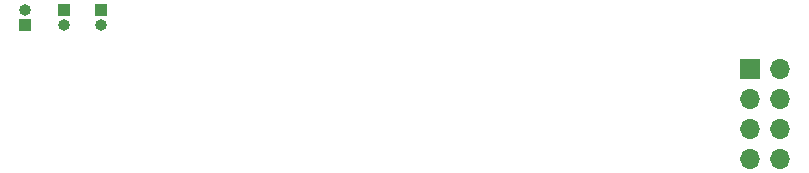
<source format=gbr>
%TF.GenerationSoftware,KiCad,Pcbnew,(5.99.0-10506-gb986797469)*%
%TF.CreationDate,2021-09-15T01:16:02+02:00*%
%TF.ProjectId,Tastatur,54617374-6174-4757-922e-6b696361645f,rev?*%
%TF.SameCoordinates,Original*%
%TF.FileFunction,Soldermask,Bot*%
%TF.FilePolarity,Negative*%
%FSLAX46Y46*%
G04 Gerber Fmt 4.6, Leading zero omitted, Abs format (unit mm)*
G04 Created by KiCad (PCBNEW (5.99.0-10506-gb986797469)) date 2021-09-15 01:16:02*
%MOMM*%
%LPD*%
G01*
G04 APERTURE LIST*
%ADD10R,1.000000X1.000000*%
%ADD11O,1.000000X1.000000*%
%ADD12O,1.700000X1.700000*%
%ADD13R,1.700000X1.700000*%
G04 APERTURE END LIST*
D10*
%TO.C,J3*%
X195000000Y-66200000D03*
D11*
X195000000Y-67470000D03*
%TD*%
D10*
%TO.C,J5*%
X191800000Y-66200000D03*
D11*
X191800000Y-67470000D03*
%TD*%
D12*
%TO.C,J2*%
X252465000Y-78820000D03*
X249925000Y-78820000D03*
X252465000Y-76280000D03*
X249925000Y-76280000D03*
X252465000Y-73740000D03*
X249925000Y-73740000D03*
X252465000Y-71200000D03*
D13*
X249925000Y-71200000D03*
%TD*%
D10*
%TO.C,J4*%
X188550000Y-67500000D03*
D11*
X188550000Y-66230000D03*
%TD*%
M02*

</source>
